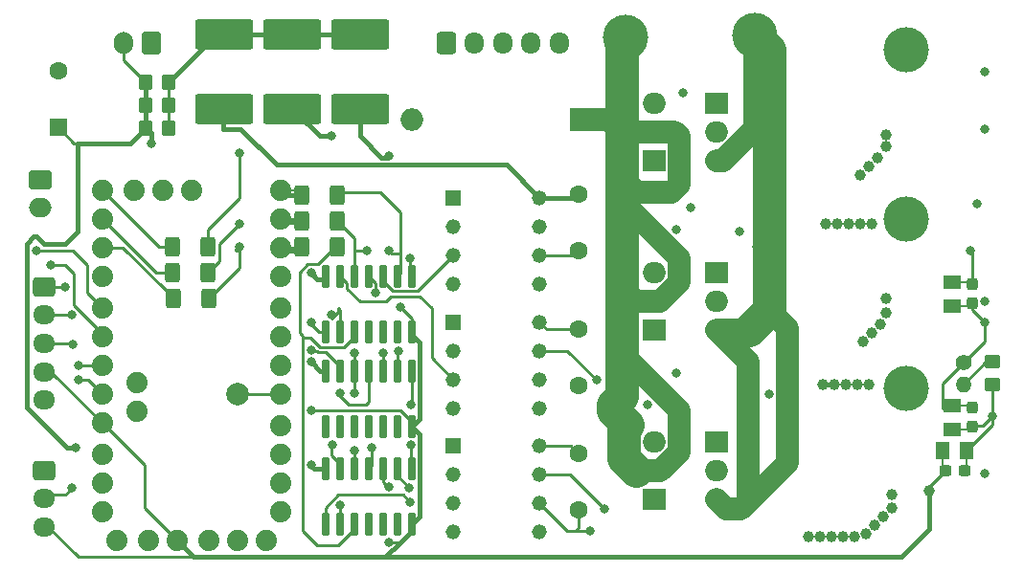
<source format=gtl>
G04 #@! TF.GenerationSoftware,KiCad,Pcbnew,(6.0.7)*
G04 #@! TF.CreationDate,2022-11-24T14:56:22+11:00*
G04 #@! TF.ProjectId,epic esc with regen,65706963-2065-4736-9320-776974682072,rev?*
G04 #@! TF.SameCoordinates,Original*
G04 #@! TF.FileFunction,Copper,L1,Top*
G04 #@! TF.FilePolarity,Positive*
%FSLAX46Y46*%
G04 Gerber Fmt 4.6, Leading zero omitted, Abs format (unit mm)*
G04 Created by KiCad (PCBNEW (6.0.7)) date 2022-11-24 14:56:22*
%MOMM*%
%LPD*%
G01*
G04 APERTURE LIST*
G04 Aperture macros list*
%AMRoundRect*
0 Rectangle with rounded corners*
0 $1 Rounding radius*
0 $2 $3 $4 $5 $6 $7 $8 $9 X,Y pos of 4 corners*
0 Add a 4 corners polygon primitive as box body*
4,1,4,$2,$3,$4,$5,$6,$7,$8,$9,$2,$3,0*
0 Add four circle primitives for the rounded corners*
1,1,$1+$1,$2,$3*
1,1,$1+$1,$4,$5*
1,1,$1+$1,$6,$7*
1,1,$1+$1,$8,$9*
0 Add four rect primitives between the rounded corners*
20,1,$1+$1,$2,$3,$4,$5,0*
20,1,$1+$1,$4,$5,$6,$7,0*
20,1,$1+$1,$6,$7,$8,$9,0*
20,1,$1+$1,$8,$9,$2,$3,0*%
%AMFreePoly0*
4,1,13,0.587500,-0.725000,0.100000,-0.725000,0.100000,-2.000000,0.080902,-2.058779,0.030902,-2.095106,-0.030902,-2.095106,-0.080902,-2.058779,-0.100000,-2.000000,-0.100000,-0.725000,-0.587500,-0.725000,-0.587500,0.725000,0.587500,0.725000,0.587500,-0.725000,0.587500,-0.725000,$1*%
G04 Aperture macros list end*
G04 #@! TA.AperFunction,SMDPad,CuDef*
%ADD10RoundRect,0.090000X-0.210000X0.895000X-0.210000X-0.895000X0.210000X-0.895000X0.210000X0.895000X0*%
G04 #@! TD*
G04 #@! TA.AperFunction,SMDPad,CuDef*
%ADD11RoundRect,0.237500X0.237500X-0.300000X0.237500X0.300000X-0.237500X0.300000X-0.237500X-0.300000X0*%
G04 #@! TD*
G04 #@! TA.AperFunction,SMDPad,CuDef*
%ADD12FreePoly0,90.000000*%
G04 #@! TD*
G04 #@! TA.AperFunction,SMDPad,CuDef*
%ADD13RoundRect,0.237500X-0.300000X-0.237500X0.300000X-0.237500X0.300000X0.237500X-0.300000X0.237500X0*%
G04 #@! TD*
G04 #@! TA.AperFunction,SMDPad,CuDef*
%ADD14FreePoly0,0.000000*%
G04 #@! TD*
G04 #@! TA.AperFunction,ComponentPad*
%ADD15C,1.600000*%
G04 #@! TD*
G04 #@! TA.AperFunction,SMDPad,CuDef*
%ADD16RoundRect,0.250001X2.324999X-1.074999X2.324999X1.074999X-2.324999X1.074999X-2.324999X-1.074999X0*%
G04 #@! TD*
G04 #@! TA.AperFunction,ComponentPad*
%ADD17RoundRect,0.250000X-0.750000X0.600000X-0.750000X-0.600000X0.750000X-0.600000X0.750000X0.600000X0*%
G04 #@! TD*
G04 #@! TA.AperFunction,ComponentPad*
%ADD18O,2.000000X1.700000*%
G04 #@! TD*
G04 #@! TA.AperFunction,ComponentPad*
%ADD19R,1.318000X1.318000*%
G04 #@! TD*
G04 #@! TA.AperFunction,ComponentPad*
%ADD20C,1.318000*%
G04 #@! TD*
G04 #@! TA.AperFunction,ComponentPad*
%ADD21RoundRect,0.250000X-0.725000X0.600000X-0.725000X-0.600000X0.725000X-0.600000X0.725000X0.600000X0*%
G04 #@! TD*
G04 #@! TA.AperFunction,ComponentPad*
%ADD22O,1.950000X1.700000*%
G04 #@! TD*
G04 #@! TA.AperFunction,ComponentPad*
%ADD23C,1.879600*%
G04 #@! TD*
G04 #@! TA.AperFunction,ComponentPad*
%ADD24R,2.000000X2.000000*%
G04 #@! TD*
G04 #@! TA.AperFunction,ComponentPad*
%ADD25O,2.000000X2.000000*%
G04 #@! TD*
G04 #@! TA.AperFunction,SMDPad,CuDef*
%ADD26RoundRect,0.250000X-0.450000X0.350000X-0.450000X-0.350000X0.450000X-0.350000X0.450000X0.350000X0*%
G04 #@! TD*
G04 #@! TA.AperFunction,SMDPad,CuDef*
%ADD27RoundRect,0.250000X0.400000X0.625000X-0.400000X0.625000X-0.400000X-0.625000X0.400000X-0.625000X0*%
G04 #@! TD*
G04 #@! TA.AperFunction,ComponentPad*
%ADD28C,2.000000*%
G04 #@! TD*
G04 #@! TA.AperFunction,SMDPad,CuDef*
%ADD29RoundRect,0.250000X0.350000X0.450000X-0.350000X0.450000X-0.350000X-0.450000X0.350000X-0.450000X0*%
G04 #@! TD*
G04 #@! TA.AperFunction,ComponentPad*
%ADD30C,1.400000*%
G04 #@! TD*
G04 #@! TA.AperFunction,ComponentPad*
%ADD31O,1.400000X1.400000*%
G04 #@! TD*
G04 #@! TA.AperFunction,ComponentPad*
%ADD32R,1.600000X1.600000*%
G04 #@! TD*
G04 #@! TA.AperFunction,SMDPad,CuDef*
%ADD33RoundRect,0.250000X-0.400000X-0.625000X0.400000X-0.625000X0.400000X0.625000X-0.400000X0.625000X0*%
G04 #@! TD*
G04 #@! TA.AperFunction,ComponentPad*
%ADD34RoundRect,0.250000X0.600000X0.750000X-0.600000X0.750000X-0.600000X-0.750000X0.600000X-0.750000X0*%
G04 #@! TD*
G04 #@! TA.AperFunction,ComponentPad*
%ADD35O,1.700000X2.000000*%
G04 #@! TD*
G04 #@! TA.AperFunction,ComponentPad*
%ADD36RoundRect,0.250000X-0.600000X-0.725000X0.600000X-0.725000X0.600000X0.725000X-0.600000X0.725000X0*%
G04 #@! TD*
G04 #@! TA.AperFunction,ComponentPad*
%ADD37O,1.700000X1.950000*%
G04 #@! TD*
G04 #@! TA.AperFunction,ComponentPad*
%ADD38R,2.000000X1.905000*%
G04 #@! TD*
G04 #@! TA.AperFunction,ComponentPad*
%ADD39O,2.000000X1.905000*%
G04 #@! TD*
G04 #@! TA.AperFunction,ComponentPad*
%ADD40C,4.000000*%
G04 #@! TD*
G04 #@! TA.AperFunction,ViaPad*
%ADD41C,0.800000*%
G04 #@! TD*
G04 #@! TA.AperFunction,ViaPad*
%ADD42C,1.000000*%
G04 #@! TD*
G04 #@! TA.AperFunction,Conductor*
%ADD43C,0.254000*%
G04 #@! TD*
G04 #@! TA.AperFunction,Conductor*
%ADD44C,0.381000*%
G04 #@! TD*
G04 #@! TA.AperFunction,Conductor*
%ADD45C,0.250000*%
G04 #@! TD*
G04 #@! TA.AperFunction,Conductor*
%ADD46C,2.000000*%
G04 #@! TD*
G04 #@! TA.AperFunction,Conductor*
%ADD47C,3.000000*%
G04 #@! TD*
G04 #@! TA.AperFunction,Conductor*
%ADD48C,0.200000*%
G04 #@! TD*
G04 APERTURE END LIST*
D10*
X126492000Y-84139000D03*
X125222000Y-84139000D03*
X123952000Y-84139000D03*
X122682000Y-84139000D03*
X121412000Y-84139000D03*
X120142000Y-84139000D03*
X118872000Y-84139000D03*
X118872000Y-89089000D03*
X120142000Y-89089000D03*
X121412000Y-89089000D03*
X122682000Y-89089000D03*
X123952000Y-89089000D03*
X125222000Y-89089000D03*
X126492000Y-89089000D03*
X126492000Y-101157000D03*
X125222000Y-101157000D03*
X123952000Y-101157000D03*
X122682000Y-101157000D03*
X121412000Y-101157000D03*
X120142000Y-101157000D03*
X118872000Y-101157000D03*
X118872000Y-106107000D03*
X120142000Y-106107000D03*
X121412000Y-106107000D03*
X122682000Y-106107000D03*
X123952000Y-106107000D03*
X125222000Y-106107000D03*
X126492000Y-106107000D03*
X126492000Y-92521000D03*
X125222000Y-92521000D03*
X123952000Y-92521000D03*
X122682000Y-92521000D03*
X121412000Y-92521000D03*
X120142000Y-92521000D03*
X118872000Y-92521000D03*
X118872000Y-97471000D03*
X120142000Y-97471000D03*
X121412000Y-97471000D03*
X122682000Y-97471000D03*
X123952000Y-97471000D03*
X125222000Y-97471000D03*
X126492000Y-97471000D03*
D11*
X176022000Y-86561000D03*
D12*
X174244000Y-86757500D03*
D11*
X176022000Y-84836000D03*
D12*
X174244000Y-84682500D03*
D13*
X173657000Y-101344000D03*
D14*
X173460500Y-99566000D03*
D13*
X175382000Y-101344000D03*
D14*
X175535500Y-99566000D03*
D11*
X176022000Y-97483000D03*
D12*
X174244000Y-97679500D03*
D11*
X176022000Y-95758000D03*
D12*
X174244000Y-95604500D03*
D15*
X141224000Y-99842000D03*
X141224000Y-104842000D03*
D16*
X109920000Y-69315000D03*
X109920000Y-62765000D03*
D17*
X93645000Y-75585000D03*
D18*
X93645000Y-78085000D03*
D19*
X130190000Y-77190000D03*
D20*
X130190000Y-79730000D03*
X130190000Y-82270000D03*
X130190000Y-84810000D03*
X137810000Y-84810000D03*
X137810000Y-82270000D03*
X137810000Y-79730000D03*
X137810000Y-77190000D03*
D21*
X94000000Y-101346000D03*
D22*
X94000000Y-103846000D03*
X94000000Y-106346000D03*
D21*
X93980000Y-85090000D03*
D22*
X93980000Y-87590000D03*
X93980000Y-90090000D03*
X93980000Y-92590000D03*
X93980000Y-95090000D03*
D23*
X113604000Y-107494000D03*
X111064000Y-107494000D03*
X108524000Y-107494000D03*
X105730000Y-107494000D03*
X103190000Y-107494000D03*
X100396000Y-107494000D03*
X102174000Y-93524000D03*
X102174000Y-96064000D03*
X104460000Y-76506000D03*
X101920000Y-76506000D03*
X99126000Y-104954000D03*
X99126000Y-102414000D03*
X99126000Y-99874000D03*
X99126000Y-97080000D03*
X99126000Y-94540000D03*
X99126000Y-92000000D03*
X99126000Y-89460000D03*
X99126000Y-86920000D03*
X99126000Y-84126000D03*
X99126000Y-81586000D03*
X99126000Y-79046000D03*
X99126000Y-76506000D03*
X114874000Y-76506000D03*
X114874000Y-79046000D03*
X114874000Y-81586000D03*
X114874000Y-84126000D03*
X114874000Y-86920000D03*
X114874000Y-89460000D03*
X114874000Y-92000000D03*
X114874000Y-94540000D03*
X114874000Y-97334000D03*
X114874000Y-99874000D03*
X114874000Y-102414000D03*
X114874000Y-104954000D03*
X107000000Y-76506000D03*
D15*
X141224000Y-76842000D03*
X141224000Y-81842000D03*
D24*
X141485000Y-70242500D03*
D25*
X126485000Y-70242500D03*
D19*
X130190000Y-88190000D03*
D20*
X130190000Y-90730000D03*
X130190000Y-93270000D03*
X130190000Y-95810000D03*
X137810000Y-95810000D03*
X137810000Y-93270000D03*
X137810000Y-90730000D03*
X137810000Y-88190000D03*
D16*
X121920000Y-69315000D03*
X121920000Y-62765000D03*
D26*
X177800000Y-91710000D03*
X177800000Y-93710000D03*
D27*
X108550000Y-86106000D03*
X105450000Y-86106000D03*
D28*
X111125000Y-94615000D03*
D29*
X105000000Y-71000000D03*
X103000000Y-71000000D03*
D30*
X175260000Y-91805000D03*
D31*
X175260000Y-93705000D03*
D29*
X105000000Y-69000000D03*
X103000000Y-69000000D03*
D16*
X115920000Y-69315000D03*
X115920000Y-62765000D03*
D32*
X95250000Y-70982651D03*
D15*
X95250000Y-65982651D03*
D27*
X108484000Y-83820000D03*
X105384000Y-83820000D03*
D15*
X141224000Y-88842000D03*
X141224000Y-93842000D03*
D33*
X116814000Y-81534000D03*
X119914000Y-81534000D03*
D27*
X108484000Y-81534000D03*
X105384000Y-81534000D03*
D34*
X103505000Y-63500000D03*
D35*
X101005000Y-63500000D03*
D19*
X130190000Y-99190000D03*
D20*
X130190000Y-101730000D03*
X130190000Y-104270000D03*
X130190000Y-106810000D03*
X137810000Y-106810000D03*
X137810000Y-104270000D03*
X137810000Y-101730000D03*
X137810000Y-99190000D03*
D29*
X105000000Y-67000000D03*
X103000000Y-67000000D03*
D33*
X116814000Y-76962000D03*
X119914000Y-76962000D03*
X116814000Y-79248000D03*
X119914000Y-79248000D03*
D36*
X129540000Y-63500000D03*
D37*
X132040000Y-63500000D03*
X134540000Y-63500000D03*
X137040000Y-63500000D03*
X139540000Y-63500000D03*
D38*
X147900000Y-73900000D03*
D39*
X147900000Y-71360000D03*
X147900000Y-68820000D03*
D38*
X147900000Y-103900000D03*
D39*
X147900000Y-101360000D03*
X147900000Y-98820000D03*
D40*
X156845000Y-62865000D03*
D38*
X153440000Y-98820000D03*
D39*
X153440000Y-101360000D03*
X153440000Y-103900000D03*
D38*
X147900000Y-88900000D03*
D39*
X147900000Y-86360000D03*
X147900000Y-83820000D03*
D40*
X170180000Y-79090000D03*
D38*
X153440000Y-68820000D03*
D39*
X153440000Y-71360000D03*
X153440000Y-73900000D03*
D40*
X170180000Y-64090000D03*
X145415000Y-63000000D03*
X170180000Y-94090000D03*
D38*
X153440000Y-83820000D03*
D39*
X153440000Y-86360000D03*
X153440000Y-88900000D03*
D41*
X143510000Y-104775000D03*
X125476000Y-86868000D03*
X117602000Y-96012000D03*
X124460000Y-107696000D03*
X176438500Y-77724000D03*
X119380000Y-71755000D03*
X124460000Y-73505000D03*
X117602000Y-100838000D03*
X177165000Y-66040000D03*
D42*
X157226000Y-84201000D03*
X156210000Y-97790000D03*
D41*
X117602000Y-83820000D03*
X177800000Y-96520000D03*
D42*
X157226000Y-82804000D03*
D41*
X117602000Y-91694000D03*
D42*
X157099000Y-81534000D03*
X156210000Y-96393000D03*
X157226000Y-85725000D03*
X156210000Y-99441000D03*
D41*
X175895000Y-81915000D03*
X103505000Y-72390000D03*
X96774000Y-99314000D03*
X177165000Y-88265000D03*
D42*
X172212000Y-103124000D03*
D41*
X111252000Y-81534000D03*
X126392500Y-99060000D03*
X126392500Y-95504000D03*
X122936000Y-99314000D03*
X111252000Y-79502000D03*
X123952000Y-90932000D03*
X111252626Y-73237250D03*
X121406286Y-94493714D03*
X120165464Y-104381964D03*
X121412000Y-90932000D03*
X121412000Y-99568000D03*
X122555000Y-81915000D03*
X126292500Y-102841500D03*
X124460000Y-81915000D03*
X149860000Y-80010000D03*
X150495000Y-67945000D03*
X142875000Y-93345000D03*
X147320000Y-95504000D03*
X125337572Y-90805000D03*
X126365000Y-82550000D03*
X120142000Y-94488000D03*
X123281500Y-85633500D03*
X119404112Y-87584365D03*
X117601500Y-90694498D03*
X124460000Y-102778500D03*
X119509500Y-99060000D03*
X126365000Y-104140000D03*
X117601500Y-88265000D03*
X155494681Y-80170637D03*
X93345000Y-81915000D03*
X96476385Y-102913615D03*
D42*
X166116000Y-75184000D03*
X168402000Y-71628000D03*
X166878000Y-74422000D03*
X167640000Y-73660000D03*
X163068000Y-79502000D03*
X168402000Y-72644000D03*
D41*
X151130000Y-78105000D03*
D42*
X164084000Y-79502000D03*
X166116000Y-79502000D03*
X167132000Y-79502000D03*
X165100000Y-79502000D03*
X165862000Y-93726000D03*
X168402000Y-87376000D03*
X166878000Y-93726000D03*
X167894000Y-88392000D03*
X167132000Y-89154000D03*
D41*
X149860000Y-92710000D03*
D42*
X163830000Y-93726000D03*
X168402000Y-86106000D03*
X166370000Y-89916000D03*
X164846000Y-93726000D03*
X162814000Y-93726000D03*
X168910000Y-104648000D03*
X168148000Y-105410000D03*
X162560000Y-107188000D03*
X167386000Y-106172000D03*
X163576000Y-107188000D03*
D41*
X142240000Y-106680000D03*
D42*
X164592000Y-107188000D03*
X166624000Y-106934000D03*
X161544000Y-107188000D03*
X165608000Y-107188000D03*
X168910000Y-103505000D03*
D41*
X95885000Y-85090000D03*
X96480000Y-87590000D03*
X96520000Y-90170000D03*
X158115000Y-94615000D03*
X177165000Y-71120000D03*
X94615000Y-83185000D03*
X97063500Y-92075000D03*
X177165000Y-86360000D03*
X97063500Y-93345000D03*
X177165000Y-101600000D03*
D43*
X94636000Y-92590000D02*
X99126000Y-97080000D01*
X93980000Y-92590000D02*
X94636000Y-92590000D01*
X137810000Y-101730000D02*
X140465000Y-101730000D01*
X140465000Y-101730000D02*
X143510000Y-104775000D01*
X141224000Y-104842000D02*
X141224000Y-106426000D01*
X140970000Y-106680000D02*
X140220000Y-106680000D01*
X142240000Y-106680000D02*
X140970000Y-106680000D01*
X141224000Y-106426000D02*
X140970000Y-106680000D01*
X140796000Y-82270000D02*
X141224000Y-81842000D01*
X137810000Y-82270000D02*
X140796000Y-82270000D01*
X140260000Y-90730000D02*
X142875000Y-93345000D01*
X137810000Y-90730000D02*
X140260000Y-90730000D01*
X177800000Y-97301500D02*
X177800000Y-96520000D01*
X175535500Y-99566000D02*
X177800000Y-97301500D01*
X172212000Y-102789000D02*
X173657000Y-101344000D01*
X172212000Y-103124000D02*
X172212000Y-102789000D01*
X176022000Y-87122000D02*
X177165000Y-88265000D01*
X176022000Y-86561000D02*
X176022000Y-87122000D01*
X176022000Y-82042000D02*
X175895000Y-81915000D01*
X176022000Y-84836000D02*
X176022000Y-82042000D01*
X173439000Y-95815500D02*
X173439000Y-93626000D01*
X176937500Y-97382500D02*
X177800000Y-96520000D01*
X176022000Y-97382500D02*
X176937500Y-97382500D01*
X173439000Y-95815500D02*
X173482000Y-95858500D01*
X126492000Y-87884000D02*
X126492000Y-89089000D01*
X125476000Y-86868000D02*
X126492000Y-87884000D01*
X128270000Y-91350000D02*
X130190000Y-93270000D01*
X127197052Y-85905000D02*
X128270000Y-86977948D01*
X124651221Y-85905000D02*
X127197052Y-85905000D01*
X120785000Y-85225000D02*
X121920500Y-86360500D01*
X121920500Y-86360500D02*
X124195721Y-86360500D01*
X124195721Y-86360500D02*
X124651221Y-85905000D01*
X120785000Y-84782000D02*
X120785000Y-85225000D01*
X128270000Y-86977948D02*
X128270000Y-91350000D01*
X120142000Y-84139000D02*
X120785000Y-84782000D01*
X117856000Y-96012000D02*
X117602000Y-96012000D01*
X125457727Y-96012000D02*
X117856000Y-96012000D01*
X126492000Y-97046273D02*
X125457727Y-96012000D01*
X126492000Y-97471000D02*
X126492000Y-97046273D01*
X125476000Y-107696000D02*
X124460000Y-107696000D01*
D44*
X125476000Y-107696000D02*
X126492000Y-106680000D01*
D43*
X124206000Y-107696000D02*
X124460000Y-107696000D01*
D44*
X124161167Y-109010833D02*
X125476000Y-107696000D01*
X169754167Y-109010833D02*
X124161167Y-109010833D01*
X172212000Y-106553000D02*
X169754167Y-109010833D01*
X172212000Y-103124000D02*
X172212000Y-106553000D01*
D43*
X173439000Y-93626000D02*
X175260000Y-91805000D01*
D44*
X109920000Y-69315000D02*
X109855000Y-69380000D01*
X109855000Y-71120000D02*
X111401501Y-71120000D01*
X134915000Y-74295000D02*
X137810000Y-77190000D01*
X140876000Y-77190000D02*
X141224000Y-76842000D01*
X114576501Y-74295000D02*
X134915000Y-74295000D01*
X111401501Y-71120000D02*
X114576501Y-74295000D01*
X109855000Y-69380000D02*
X109855000Y-71120000D01*
X137810000Y-77190000D02*
X140876000Y-77190000D01*
X118360000Y-71755000D02*
X115920000Y-69315000D01*
D43*
X137810000Y-88190000D02*
X138462000Y-88842000D01*
X138462000Y-88842000D02*
X141224000Y-88842000D01*
D44*
X119380000Y-71755000D02*
X118360000Y-71755000D01*
D43*
X137810000Y-99190000D02*
X140572000Y-99190000D01*
D44*
X124305000Y-73660000D02*
X124460000Y-73505000D01*
D43*
X140572000Y-99190000D02*
X141282000Y-99900000D01*
D44*
X121920000Y-69850000D02*
X121920000Y-71755000D01*
X121920000Y-71755000D02*
X123825000Y-73660000D01*
X123825000Y-73660000D02*
X124305000Y-73660000D01*
X121920000Y-69315000D02*
X121920000Y-69850000D01*
D45*
X105000000Y-69000000D02*
X105000000Y-67000000D01*
D44*
X115920000Y-62765000D02*
X121920000Y-62765000D01*
X109920000Y-62765000D02*
X115920000Y-62765000D01*
D45*
X105000000Y-71000000D02*
X105000000Y-69000000D01*
D44*
X105000000Y-67000000D02*
X109235000Y-62765000D01*
X109235000Y-62765000D02*
X109920000Y-62765000D01*
D43*
X157226000Y-84201000D02*
X157353000Y-84074000D01*
D44*
X118429000Y-92521000D02*
X117602000Y-91694000D01*
D46*
X153440000Y-88900000D02*
X156345000Y-88900000D01*
X154305000Y-104775000D02*
X155575000Y-104775000D01*
D44*
X117921000Y-101157000D02*
X117602000Y-100838000D01*
D46*
X156210000Y-104140000D02*
X156210000Y-96393000D01*
D44*
X118872000Y-84393000D02*
X118175000Y-84393000D01*
X118872000Y-101157000D02*
X117921000Y-101157000D01*
D46*
X153440000Y-103900000D02*
X153440000Y-103910000D01*
X156210000Y-104140000D02*
X159715000Y-100635000D01*
X153440000Y-103910000D02*
X154305000Y-104775000D01*
D47*
X158115000Y-84074000D02*
X158115000Y-87130000D01*
D46*
X159715000Y-88730000D02*
X158115000Y-87130000D01*
D43*
X157218000Y-87130000D02*
X158115000Y-87130000D01*
D46*
X159715000Y-100635000D02*
X159715000Y-88730000D01*
D43*
X177800000Y-93710000D02*
X177800000Y-96520000D01*
D47*
X158115000Y-87130000D02*
X156345000Y-88900000D01*
X158115000Y-64135000D02*
X158115000Y-80772000D01*
D43*
X157226000Y-86241000D02*
X158115000Y-87130000D01*
D46*
X156210000Y-91670000D02*
X153440000Y-88900000D01*
D47*
X158115000Y-82296000D02*
X158115000Y-84074000D01*
D43*
X157353000Y-84074000D02*
X158115000Y-84074000D01*
D44*
X118872000Y-92521000D02*
X118429000Y-92521000D01*
D46*
X156845000Y-71046595D02*
X156845000Y-62865000D01*
X155575000Y-104775000D02*
X156210000Y-104140000D01*
D47*
X156845000Y-62865000D02*
X158115000Y-64135000D01*
X158115000Y-80772000D02*
X158115000Y-82296000D01*
D46*
X153440000Y-73900000D02*
X153991595Y-73900000D01*
X156210000Y-96393000D02*
X156210000Y-91670000D01*
D44*
X118175000Y-84393000D02*
X117602000Y-83820000D01*
D46*
X153991595Y-73900000D02*
X156845000Y-71046595D01*
D43*
X157226000Y-85725000D02*
X157226000Y-86241000D01*
D44*
X103000000Y-69000000D02*
X103000000Y-71000000D01*
X95885000Y-81280000D02*
X93980000Y-81280000D01*
X93980000Y-81280000D02*
X93345000Y-80645000D01*
X101597349Y-72402651D02*
X97802651Y-72402651D01*
X103000000Y-71000000D02*
X101597349Y-72402651D01*
D43*
X97802651Y-72402651D02*
X97777349Y-72402651D01*
D44*
X93099196Y-80645000D02*
X92456000Y-81288196D01*
X96012000Y-99314000D02*
X96774000Y-99314000D01*
X97000000Y-72402651D02*
X97000000Y-80165000D01*
X103000000Y-67000000D02*
X103000000Y-69000000D01*
X97000000Y-80165000D02*
X95885000Y-81280000D01*
D43*
X97000000Y-72402651D02*
X96670000Y-72402651D01*
D44*
X103000000Y-67000000D02*
X103000000Y-66926000D01*
X93345000Y-80645000D02*
X93099196Y-80645000D01*
X92456000Y-95758000D02*
X96012000Y-99314000D01*
X103000000Y-71000000D02*
X102744196Y-71000000D01*
X92456000Y-81288196D02*
X92456000Y-95758000D01*
X103505000Y-71505000D02*
X103000000Y-71000000D01*
D43*
X101005000Y-63500000D02*
X101005000Y-65005000D01*
X96670000Y-72402651D02*
X95250000Y-70982651D01*
D44*
X97777349Y-72402651D02*
X97000000Y-72402651D01*
X103505000Y-72390000D02*
X103505000Y-71505000D01*
D43*
X101005000Y-65005000D02*
X103000000Y-67000000D01*
D46*
X150100000Y-95998000D02*
X145034000Y-90932000D01*
D47*
X145542000Y-97282000D02*
X144272000Y-96012000D01*
X145034000Y-63381000D02*
X145415000Y-63000000D01*
D46*
X149444500Y-76708000D02*
X146355500Y-76708000D01*
D47*
X145200000Y-100242000D02*
X145200000Y-97624000D01*
D46*
X150100000Y-76052500D02*
X149444500Y-76708000D01*
D47*
X145200000Y-97624000D02*
X145542000Y-97282000D01*
X144272000Y-95504000D02*
X145034000Y-94742000D01*
D46*
X147900000Y-71360000D02*
X145048000Y-71360000D01*
X149712500Y-71360000D02*
X150100000Y-71747500D01*
X141485000Y-70242500D02*
X143902500Y-70242500D01*
X150100000Y-84711595D02*
X150100000Y-82536000D01*
D47*
X145034000Y-85090000D02*
X145034000Y-76708000D01*
D46*
X147900000Y-101360000D02*
X148451595Y-101360000D01*
X146318000Y-101360000D02*
X146304000Y-101346000D01*
X150100000Y-99711595D02*
X150100000Y-95998000D01*
X145034000Y-77470000D02*
X145034000Y-76708000D01*
D47*
X145034000Y-71374000D02*
X145034000Y-63381000D01*
D46*
X147900000Y-71360000D02*
X149712500Y-71360000D01*
X145034000Y-75386500D02*
X145034000Y-74168000D01*
X146304000Y-86360000D02*
X145034000Y-85090000D01*
X146355500Y-76708000D02*
X145034000Y-75386500D01*
X147900000Y-86360000D02*
X148451595Y-86360000D01*
X150100000Y-71747500D02*
X150100000Y-76052500D01*
D47*
X144272000Y-96012000D02*
X144272000Y-95504000D01*
D46*
X150100000Y-82536000D02*
X145034000Y-77470000D01*
X147900000Y-101360000D02*
X146318000Y-101360000D01*
X148451595Y-86360000D02*
X150100000Y-84711595D01*
X147900000Y-86360000D02*
X146304000Y-86360000D01*
D47*
X145034000Y-94742000D02*
X145034000Y-85090000D01*
X146304000Y-101346000D02*
X145200000Y-100242000D01*
D46*
X145048000Y-71360000D02*
X145034000Y-71374000D01*
X148451595Y-101360000D02*
X150100000Y-99711595D01*
D47*
X145034000Y-76708000D02*
X145034000Y-71374000D01*
D46*
X143902500Y-70242500D02*
X145034000Y-71374000D01*
D44*
X126492000Y-106680000D02*
X126492000Y-106107000D01*
D43*
X177165000Y-89900000D02*
X177165000Y-88265000D01*
D44*
X105730000Y-107494000D02*
X107246833Y-109010833D01*
D43*
X97010833Y-109010833D02*
X107246833Y-109010833D01*
D44*
X126492000Y-97471000D02*
X127182500Y-96780500D01*
D43*
X102870000Y-100824000D02*
X102870000Y-104634000D01*
X175260000Y-91805000D02*
X177165000Y-89900000D01*
D44*
X127182500Y-105416500D02*
X127182500Y-98161500D01*
X127182500Y-96780500D02*
X127182500Y-90033500D01*
X107246833Y-109010833D02*
X124161167Y-109010833D01*
X127182500Y-98161500D02*
X126492000Y-97471000D01*
D43*
X99126000Y-97080000D02*
X102870000Y-100824000D01*
X94000000Y-106000000D02*
X97010833Y-109010833D01*
X102870000Y-104634000D02*
X105730000Y-107494000D01*
D44*
X127182500Y-90033500D02*
X126492000Y-89343000D01*
X126492000Y-106107000D02*
X127182500Y-105416500D01*
D43*
X108550000Y-86106000D02*
X111252000Y-83404000D01*
X126392500Y-99060000D02*
X126392500Y-101057500D01*
X111252000Y-83404000D02*
X111252000Y-81534000D01*
X126492000Y-95603500D02*
X126392500Y-95504000D01*
X126492000Y-92521000D02*
X126492000Y-95603500D01*
D44*
X110998000Y-81788000D02*
X111252000Y-81534000D01*
D43*
X126392500Y-101057500D02*
X126492000Y-101157000D01*
X99126000Y-81586000D02*
X100930000Y-81586000D01*
D45*
X104562201Y-85218201D02*
X105450000Y-86106000D01*
D43*
X100930000Y-81586000D02*
X104562201Y-85218201D01*
X109461000Y-81293000D02*
X111252000Y-79502000D01*
X122936000Y-99314000D02*
X122936000Y-100903000D01*
X108484000Y-83820000D02*
X109461000Y-82843000D01*
X123952000Y-90932000D02*
X123952000Y-92521000D01*
X109461000Y-82843000D02*
X109461000Y-81293000D01*
X122936000Y-100903000D02*
X122682000Y-101157000D01*
D45*
X105182000Y-83618000D02*
X105384000Y-83820000D01*
D43*
X99126000Y-79046000D02*
X103900000Y-83820000D01*
X103900000Y-83820000D02*
X105384000Y-83820000D01*
X121406286Y-94493714D02*
X121406286Y-92951441D01*
X120165464Y-104381964D02*
X120165464Y-106083536D01*
X121412000Y-92945727D02*
X121412000Y-92521000D01*
X121412000Y-90932000D02*
X121412000Y-92521000D01*
X111252626Y-77215374D02*
X108484000Y-79984000D01*
X111252626Y-73237250D02*
X111252626Y-77215374D01*
X121406286Y-92951441D02*
X121412000Y-92945727D01*
X120165464Y-106083536D02*
X120142000Y-106107000D01*
X108484000Y-79984000D02*
X108484000Y-81534000D01*
X99126000Y-76506000D02*
X104154000Y-81534000D01*
X104154000Y-81534000D02*
X105384000Y-81534000D01*
D48*
X116612000Y-81586000D02*
X116814000Y-81788000D01*
X114874000Y-81586000D02*
X116612000Y-81586000D01*
D44*
X116762000Y-81840000D02*
X116814000Y-81788000D01*
X114620000Y-81840000D02*
X116762000Y-81840000D01*
D43*
X116840000Y-89528500D02*
X116875000Y-89563500D01*
X119914000Y-81788000D02*
X119528273Y-81788000D01*
X116875000Y-89563500D02*
X116875000Y-106715000D01*
X117510552Y-89563500D02*
X118371052Y-90424000D01*
X118371052Y-90424000D02*
X120501727Y-90424000D01*
X121412000Y-106531727D02*
X121412000Y-106107000D01*
X121412000Y-89089000D02*
X121412000Y-89513727D01*
X118223273Y-83093000D02*
X117300866Y-83093000D01*
X119993727Y-107950000D02*
X121412000Y-106531727D01*
X119528273Y-81788000D02*
X118223273Y-83093000D01*
X116875000Y-89563500D02*
X117510552Y-89563500D01*
X116875000Y-106715000D02*
X118110000Y-107950000D01*
X116586000Y-89154000D02*
X116840000Y-89408000D01*
X117300866Y-83093000D02*
X116586000Y-83807866D01*
X116586000Y-83807866D02*
X116586000Y-89154000D01*
X116840000Y-89408000D02*
X116840000Y-89528500D01*
X121412000Y-89513727D02*
X120501727Y-90424000D01*
X118110000Y-107950000D02*
X119993727Y-107950000D01*
D48*
X114874000Y-79046000D02*
X116612000Y-79046000D01*
D44*
X116762000Y-79300000D02*
X116814000Y-79248000D01*
X114620000Y-79300000D02*
X116762000Y-79300000D01*
D48*
X116612000Y-79046000D02*
X116814000Y-79248000D01*
D43*
X121412000Y-80746000D02*
X121412000Y-82042000D01*
X121412000Y-82042000D02*
X121539000Y-81915000D01*
X121412000Y-82042000D02*
X121412000Y-84139000D01*
X121412000Y-99568000D02*
X121412000Y-101157000D01*
X119914000Y-79248000D02*
X121412000Y-80746000D01*
X121539000Y-81915000D02*
X122555000Y-81915000D01*
D48*
X114874000Y-76506000D02*
X116358000Y-76506000D01*
D44*
X114822000Y-76962000D02*
X114620000Y-76760000D01*
X116814000Y-76962000D02*
X114822000Y-76962000D01*
D48*
X116358000Y-76506000D02*
X116814000Y-76962000D01*
D43*
X125476000Y-78486000D02*
X125476000Y-82169000D01*
X123698000Y-76708000D02*
X125476000Y-78486000D01*
X126292500Y-102841500D02*
X125222000Y-101771000D01*
X125476000Y-82169000D02*
X125476000Y-83885000D01*
X124714000Y-82169000D02*
X124460000Y-81915000D01*
X119914000Y-76936000D02*
X120142000Y-76708000D01*
X125222000Y-101771000D02*
X125222000Y-101157000D01*
X120142000Y-76708000D02*
X123698000Y-76708000D01*
X125476000Y-83885000D02*
X125222000Y-84139000D01*
X125476000Y-82169000D02*
X124714000Y-82169000D01*
X119914000Y-76962000D02*
X119914000Y-76936000D01*
X125222000Y-90920572D02*
X125337572Y-90805000D01*
X126365000Y-82550000D02*
X126365000Y-84012000D01*
X126365000Y-84012000D02*
X126492000Y-84139000D01*
X125222000Y-92521000D02*
X125222000Y-90920572D01*
X122428000Y-95504000D02*
X120904000Y-95504000D01*
X120142000Y-94742000D02*
X120142000Y-94488000D01*
X123281500Y-84738500D02*
X122682000Y-84139000D01*
X123281500Y-85633500D02*
X123281500Y-84738500D01*
X122682000Y-95250000D02*
X122428000Y-95504000D01*
X122682000Y-92521000D02*
X122682000Y-95250000D01*
X120904000Y-95504000D02*
X120142000Y-94742000D01*
X118183000Y-90878000D02*
X118110000Y-90805000D01*
X120142000Y-92521000D02*
X120142000Y-92096273D01*
X119404112Y-87867000D02*
X120015000Y-87256112D01*
X117712002Y-90805000D02*
X117601500Y-90694498D01*
X120142000Y-87122000D02*
X120142000Y-89089000D01*
X120015000Y-87256112D02*
X120015000Y-86995000D01*
X120142000Y-92096273D02*
X118923727Y-90878000D01*
X119404112Y-87584365D02*
X119404112Y-87867000D01*
X120015000Y-86995000D02*
X120142000Y-87122000D01*
X118110000Y-90805000D02*
X117712002Y-90805000D01*
X118923727Y-90878000D02*
X118183000Y-90878000D01*
X123952000Y-102362000D02*
X124460000Y-102870000D01*
X124460000Y-102870000D02*
X124460000Y-102778500D01*
X123952000Y-101157000D02*
X123952000Y-102362000D01*
X119380000Y-99970273D02*
X119380000Y-99189500D01*
X119380000Y-99189500D02*
X119509500Y-99060000D01*
X120142000Y-100732273D02*
X119380000Y-99970273D01*
X120142000Y-101157000D02*
X120142000Y-100732273D01*
X125730000Y-103505000D02*
X126365000Y-104140000D01*
X118872000Y-106107000D02*
X118872000Y-104648000D01*
X120015000Y-103505000D02*
X125730000Y-103505000D01*
X118872000Y-104648000D02*
X120015000Y-103505000D01*
X127009000Y-85451000D02*
X130190000Y-82270000D01*
X123952000Y-84563727D02*
X124839273Y-85451000D01*
X123952000Y-84139000D02*
X123952000Y-84563727D01*
X124839273Y-85451000D02*
X127009000Y-85451000D01*
X117475000Y-88265000D02*
X117601500Y-88265000D01*
X118872000Y-89089000D02*
X118299000Y-89089000D01*
X118299000Y-89089000D02*
X117475000Y-88265000D01*
X93345000Y-81915000D02*
X96520000Y-81915000D01*
X97790000Y-83185000D02*
X97790000Y-85584000D01*
X94000000Y-103500000D02*
X95890000Y-103500000D01*
X96520000Y-102870000D02*
X96476385Y-102913615D01*
X96520000Y-81915000D02*
X97790000Y-83185000D01*
X97790000Y-85584000D02*
X99126000Y-86920000D01*
X95890000Y-103500000D02*
X96520000Y-102870000D01*
D44*
X162814000Y-93726000D02*
X163830000Y-93726000D01*
D43*
X140220000Y-106680000D02*
X137810000Y-104270000D01*
X93980000Y-85090000D02*
X95885000Y-85090000D01*
X96520000Y-87630000D02*
X96480000Y-87590000D01*
X93980000Y-87590000D02*
X96480000Y-87590000D01*
X93980000Y-90090000D02*
X96440000Y-90090000D01*
X96440000Y-90090000D02*
X96520000Y-90170000D01*
X177255000Y-91710000D02*
X175260000Y-93705000D01*
X177800000Y-91710000D02*
X177255000Y-91710000D01*
X114799000Y-94615000D02*
X114874000Y-94540000D01*
X111125000Y-94615000D02*
X114799000Y-94615000D01*
X99126000Y-89207866D02*
X99126000Y-89460000D01*
X96612000Y-83912000D02*
X96612000Y-86693866D01*
X94615000Y-83185000D02*
X95885000Y-83185000D01*
X95885000Y-83185000D02*
X96612000Y-83912000D01*
X96612000Y-86693866D02*
X99126000Y-89207866D01*
X97230000Y-92000000D02*
X97155000Y-92075000D01*
X99126000Y-92000000D02*
X97230000Y-92000000D01*
X97155000Y-92075000D02*
X97063500Y-92075000D01*
X97931000Y-93345000D02*
X97155000Y-93345000D01*
X99126000Y-94540000D02*
X97931000Y-93345000D01*
X97155000Y-93345000D02*
X97063500Y-93345000D01*
M02*

</source>
